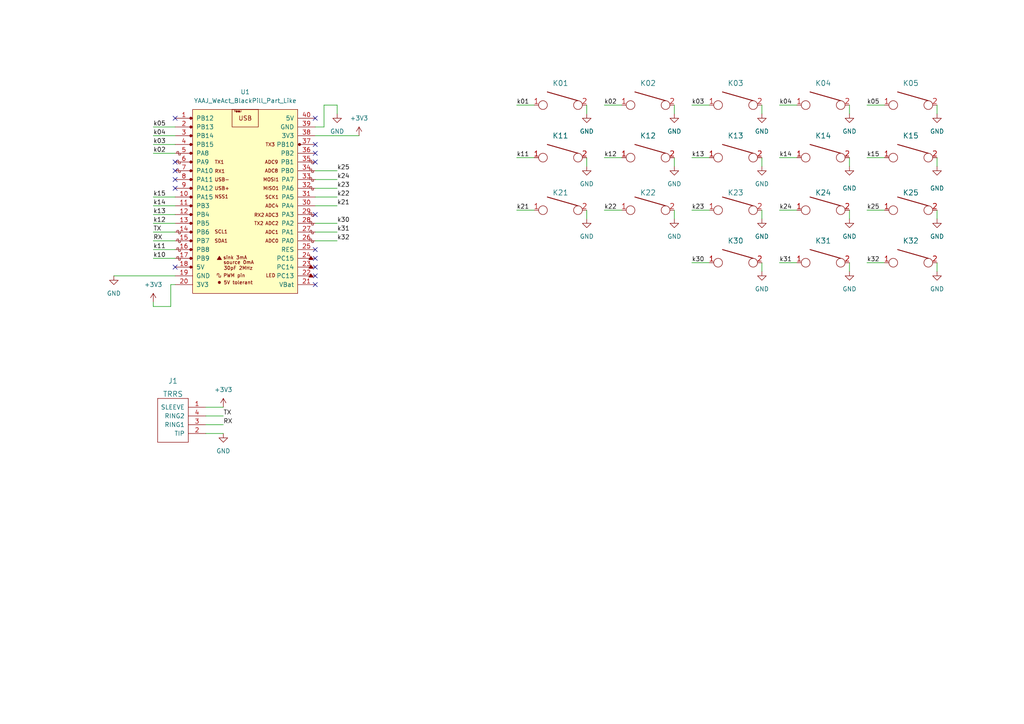
<source format=kicad_sch>
(kicad_sch (version 20211123) (generator eeschema)
  (paper "A4")
  (title_block (rev "rev1.0"))
  (lib_symbols
    (symbol "YAAJ_WeAct_BlackPill_Part_Like:YAAJ_WeAct_BlackPill_Part_Like" (pin_names (offset 1.016))
      (property "Reference" "U" (at -12.7 27.94 0))
      (property "Value" "YAAJ_WeAct_BlackPill_Part_Like" (at 0 2.54 90))
      (symbol "YAAJ_WeAct_BlackPill_Part_Like_0_0"
        (circle (center -15.748 -20.32) (radius 0.3556) (fill (type outline)))
        (circle (center -15.748 -17.78) (radius 0.3556) (fill (type outline)))
        (circle (center -15.748 -15.24) (radius 0.3556) (fill (type outline)))
        (circle (center -15.748 -12.7) (radius 0.3556) (fill (type outline)))
        (circle (center -15.748 -10.16) (radius 0.3556) (fill (type outline)))
        (circle (center -15.748 -7.62) (radius 0.3556) (fill (type outline)))
        (circle (center -15.748 -5.08) (radius 0.3556) (fill (type outline)))
        (circle (center -15.748 -2.54) (radius 0.3556) (fill (type outline)))
        (circle (center -15.748 0) (radius 0.3556) (fill (type outline)))
        (circle (center -15.748 2.54) (radius 0.3556) (fill (type outline)))
        (circle (center -15.748 5.08) (radius 0.3556) (fill (type outline)))
        (circle (center -15.748 7.62) (radius 0.3556) (fill (type outline)))
        (circle (center -15.748 10.16) (radius 0.3556) (fill (type outline)))
        (circle (center -15.748 12.7) (radius 0.3556) (fill (type outline)))
        (circle (center -15.748 15.24) (radius 0.3556) (fill (type outline)))
        (circle (center -15.748 17.78) (radius 0.3556) (fill (type outline)))
        (circle (center -15.748 22.86) (radius 0.3556) (fill (type outline)))
        (circle (center -7.493 -24.765) (radius 0.127) (fill (type outline)))
        (circle (center -7.493 -24.765) (radius 0.254))
        (circle (center -7.493 -24.765) (radius 0.3556))
        (polyline (pts (xy -8.128 -18.161) (xy -7.493 -17.145) (xy -6.858 -18.161) (xy -8.128 -18.161) (xy -7.493 -17.272) (xy -6.985 -18.161) (xy -8.001 -18.034) (xy -7.493 -17.399) (xy -7.112 -18.161) (xy -7.874 -17.907) (xy -7.366 -17.526) (xy -7.239 -18.161) (xy -7.747 -17.78) (xy -7.239 -17.653) (xy -7.366 -18.034) (xy -7.62 -17.78) (xy -7.366 -17.907) (xy -7.493 -17.653)))
        (polyline (pts (xy 18.415 -23.241) (xy 19.05 -22.225) (xy 19.685 -23.241) (xy 18.415 -23.241) (xy 19.05 -22.352) (xy 19.558 -23.241) (xy 18.542 -23.114) (xy 19.05 -22.479) (xy 19.431 -23.241) (xy 18.669 -22.987) (xy 19.177 -22.606) (xy 19.304 -23.241) (xy 18.796 -22.86) (xy 19.304 -22.733) (xy 19.177 -23.114) (xy 18.923 -22.86) (xy 19.177 -22.987) (xy 19.05 -22.733)))
        (polyline (pts (xy 18.415 -20.701) (xy 19.05 -19.685) (xy 19.685 -20.701) (xy 18.415 -20.701) (xy 19.05 -19.812) (xy 19.558 -20.701) (xy 18.542 -20.574) (xy 19.05 -19.939) (xy 19.431 -20.701) (xy 18.669 -20.447) (xy 19.177 -20.066) (xy 19.304 -20.701) (xy 18.796 -20.32) (xy 19.304 -20.193) (xy 19.177 -20.574) (xy 18.923 -20.32) (xy 19.177 -20.447) (xy 19.05 -20.193)))
        (polyline (pts (xy 18.415 -18.161) (xy 19.05 -17.145) (xy 19.685 -18.161) (xy 18.415 -18.161) (xy 19.05 -17.272) (xy 19.558 -18.161) (xy 18.542 -18.034) (xy 19.05 -17.399) (xy 19.431 -18.161) (xy 18.669 -17.907) (xy 19.177 -17.526) (xy 19.304 -18.161) (xy 18.796 -17.78) (xy 19.304 -17.653) (xy 19.177 -18.034) (xy 18.923 -17.78) (xy 19.177 -17.907) (xy 19.05 -17.653)))
        (circle (center 15.748 15.24) (radius 0.254) (fill (type outline)))
        (circle (center 15.748 15.24) (radius 0.3556))
        (text "30pF 2MHz" (at -2.032 -20.574 0) (effects (font (size 0.9906 0.9906))))
        (text "5V tolerant" (at -2.032 -24.765 0) (effects (font (size 0.9906 0.9906))))
        (text "ADC0" (at 7.747 -12.7 0) (effects (font (size 0.9906 0.9906))))
        (text "ADC1" (at 7.747 -10.16 0) (effects (font (size 0.9906 0.9906))))
        (text "ADC2" (at 7.747 -7.62 0) (effects (font (size 0.9906 0.9906))))
        (text "ADC3" (at 7.747 -5.207 0) (effects (font (size 0.9906 0.9906))))
        (text "ADC4" (at 7.747 -2.54 0) (effects (font (size 0.9906 0.9906))))
        (text "ADC8" (at 7.62 7.62 0) (effects (font (size 0.9906 0.9906))))
        (text "ADC9" (at 7.62 10.16 0) (effects (font (size 0.9906 0.9906))))
        (text "LED" (at 7.366 -22.733 0) (effects (font (size 0.9906 0.9906))))
        (text "MISO1" (at 7.493 2.54 0) (effects (font (size 0.9906 0.9906))))
        (text "MOSI1" (at 7.493 5.08 0) (effects (font (size 0.9906 0.9906))))
        (text "NSS1" (at -6.858 0.127 0) (effects (font (size 0.9906 0.9906))))
        (text "PWM pin" (at -3.175 -22.733 0) (effects (font (size 0.9906 0.9906))))
        (text "RX1" (at -7.366 7.493 0) (effects (font (size 0.9906 0.9906))))
        (text "RX2" (at 4.064 -5.207 0) (effects (font (size 0.9906 0.9906))))
        (text "SCK1" (at 7.747 0 0) (effects (font (size 0.9906 0.9906))))
        (text "SCL1" (at -6.985 -10.033 0) (effects (font (size 0.9906 0.9906))))
        (text "SDA1" (at -6.985 -12.7 0) (effects (font (size 0.9906 0.9906))))
        (text "sink 3mA" (at -2.921 -17.526 0) (effects (font (size 0.9906 0.9906))))
        (text "source 0mA" (at -1.905 -18.923 0) (effects (font (size 0.9906 0.9906))))
        (text "TX1" (at -7.493 10.16 0) (effects (font (size 0.9906 0.9906))))
        (text "TX2" (at 3.937 -7.62 0) (effects (font (size 0.9906 0.9906))))
        (text "TX3" (at 7.239 15.24 0) (effects (font (size 0.9906 0.9906))))
        (text "USB" (at 0 22.86 0) (effects (font (size 1.27 1.27))))
        (text "USB+" (at -6.731 2.54 0) (effects (font (size 0.9906 0.9906))))
        (text "USB-" (at -6.731 5.08 0) (effects (font (size 0.9906 0.9906))))
        (text "Y@@J" (at -2.159 24.892 0) (effects (font (size 0.508 0.508))))
      )
      (symbol "YAAJ_WeAct_BlackPill_Part_Like_0_1"
        (rectangle (start -15.24 25.4) (end 15.24 -27.94) (fill (type background)))
        (polyline (pts (xy -18.796 -17.78) (xy -18.796 -18.288) (xy -19.304 -18.288) (xy -19.304 -17.272) (xy -19.812 -17.272) (xy -19.812 -17.78)))
        (polyline (pts (xy -18.796 -15.24) (xy -18.796 -15.748) (xy -19.304 -15.748) (xy -19.304 -14.732) (xy -19.812 -14.732) (xy -19.812 -15.24)))
        (polyline (pts (xy -18.796 -12.7) (xy -18.796 -13.208) (xy -19.304 -13.208) (xy -19.304 -12.192) (xy -19.812 -12.192) (xy -19.812 -12.7)))
        (polyline (pts (xy -18.796 -10.16) (xy -18.796 -10.668) (xy -19.304 -10.668) (xy -19.304 -9.652) (xy -19.812 -9.652) (xy -19.812 -10.16)))
        (polyline (pts (xy -18.796 7.62) (xy -18.796 7.112) (xy -19.304 7.112) (xy -19.304 8.128) (xy -19.812 8.128) (xy -19.812 7.62)))
        (polyline (pts (xy -18.796 10.16) (xy -18.796 9.652) (xy -19.304 9.652) (xy -19.304 10.668) (xy -19.812 10.668) (xy -19.812 10.16)))
        (polyline (pts (xy -18.796 12.7) (xy -18.796 12.192) (xy -19.304 12.192) (xy -19.304 13.208) (xy -19.812 13.208) (xy -19.812 12.7)))
        (polyline (pts (xy -7.112 -22.733) (xy -7.112 -23.241) (xy -7.62 -23.241) (xy -7.62 -22.225) (xy -8.128 -22.225) (xy -8.128 -22.733)))
        (polyline (pts (xy 19.812 -12.7) (xy 19.812 -13.208) (xy 19.304 -13.208) (xy 19.304 -12.192) (xy 18.796 -12.192) (xy 18.796 -12.7)))
        (polyline (pts (xy 19.812 -10.16) (xy 19.812 -10.668) (xy 19.304 -10.668) (xy 19.304 -9.652) (xy 18.796 -9.652) (xy 18.796 -10.16)))
        (polyline (pts (xy 19.812 -7.62) (xy 19.812 -8.128) (xy 19.304 -8.128) (xy 19.304 -7.112) (xy 18.796 -7.112) (xy 18.796 -7.62)))
        (polyline (pts (xy 19.812 -5.08) (xy 19.812 -5.588) (xy 19.304 -5.588) (xy 19.304 -4.572) (xy 18.796 -4.572) (xy 18.796 -5.08)))
        (polyline (pts (xy 19.812 2.54) (xy 19.812 2.032) (xy 19.304 2.032) (xy 19.304 3.048) (xy 18.796 3.048) (xy 18.796 2.54)))
        (polyline (pts (xy 19.812 5.08) (xy 19.812 4.572) (xy 19.304 4.572) (xy 19.304 5.588) (xy 18.796 5.588) (xy 18.796 5.08)))
        (polyline (pts (xy 19.812 7.62) (xy 19.812 7.112) (xy 19.304 7.112) (xy 19.304 8.128) (xy 18.796 8.128) (xy 18.796 7.62)))
        (polyline (pts (xy 19.812 10.16) (xy 19.812 9.652) (xy 19.304 9.652) (xy 19.304 10.668) (xy 18.796 10.668) (xy 18.796 10.16)))
        (rectangle (start 3.81 25.4) (end -3.81 20.32))
      )
      (symbol "YAAJ_WeAct_BlackPill_Part_Like_1_1"
        (circle (center -15.748 20.32) (radius 0.3556) (fill (type outline)))
        (pin bidirectional line (at -20.32 22.86 0) (length 5.08) (name "PB12") (number "1"))
        (pin bidirectional line (at -20.32 0 0) (length 5.08) (name "PA15") (number "10"))
        (pin bidirectional line (at -20.32 -2.54 0) (length 5.08) (name "PB3") (number "11"))
        (pin bidirectional line (at -20.32 -5.08 0) (length 5.08) (name "PB4") (number "12"))
        (pin bidirectional line (at -20.32 -7.62 0) (length 5.08) (name "PB5") (number "13"))
        (pin bidirectional line (at -20.32 -10.16 0) (length 5.08) (name "PB6") (number "14"))
        (pin bidirectional line (at -20.32 -12.7 0) (length 5.08) (name "PB7") (number "15"))
        (pin bidirectional line (at -20.32 -15.24 0) (length 5.08) (name "PB8") (number "16"))
        (pin bidirectional line (at -20.32 -17.78 0) (length 5.08) (name "PB9") (number "17"))
        (pin power_in line (at -20.32 -20.32 0) (length 5.08) (name "5V") (number "18"))
        (pin power_in line (at -20.32 -22.86 0) (length 5.08) (name "GND") (number "19"))
        (pin bidirectional line (at -20.32 20.32 0) (length 5.08) (name "PB13") (number "2"))
        (pin power_in line (at -20.32 -25.4 0) (length 5.08) (name "3V3") (number "20"))
        (pin power_in line (at 20.32 -25.4 180) (length 5.08) (name "VBat") (number "21"))
        (pin bidirectional line (at 20.32 -22.86 180) (length 5.08) (name "PC13") (number "22"))
        (pin bidirectional line (at 20.32 -20.32 180) (length 5.08) (name "PC14") (number "23"))
        (pin bidirectional line (at 20.32 -17.78 180) (length 5.08) (name "PC15") (number "24"))
        (pin input line (at 20.32 -15.24 180) (length 5.08) (name "RES") (number "25"))
        (pin bidirectional line (at 20.32 -12.7 180) (length 5.08) (name "PA0") (number "26"))
        (pin bidirectional line (at 20.32 -10.16 180) (length 5.08) (name "PA1") (number "27"))
        (pin bidirectional line (at 20.32 -7.62 180) (length 5.08) (name "PA2") (number "28"))
        (pin bidirectional line (at 20.32 -5.08 180) (length 5.08) (name "PA3") (number "29"))
        (pin bidirectional line (at -20.32 17.78 0) (length 5.08) (name "PB14") (number "3"))
        (pin bidirectional line (at 20.32 -2.54 180) (length 5.08) (name "PA4") (number "30"))
        (pin bidirectional line (at 20.32 0 180) (length 5.08) (name "PA5") (number "31"))
        (pin bidirectional line (at 20.32 2.54 180) (length 5.08) (name "PA6") (number "32"))
        (pin bidirectional line (at 20.32 5.08 180) (length 5.08) (name "PA7") (number "33"))
        (pin bidirectional line (at 20.32 7.62 180) (length 5.08) (name "PB0") (number "34"))
        (pin bidirectional line (at 20.32 10.16 180) (length 5.08) (name "PB1") (number "35"))
        (pin bidirectional line (at 20.32 12.7 180) (length 5.08) (name "PB2") (number "36"))
        (pin bidirectional line (at 20.32 15.24 180) (length 5.08) (name "PB10") (number "37"))
        (pin power_in line (at 20.32 17.78 180) (length 5.08) (name "3V3") (number "38"))
        (pin power_in line (at 20.32 20.32 180) (length 5.08) (name "GND") (number "39"))
        (pin bidirectional line (at -20.32 15.24 0) (length 5.08) (name "PB15") (number "4"))
        (pin power_in line (at 20.32 22.86 180) (length 5.08) (name "5V") (number "40"))
        (pin bidirectional line (at -20.32 12.7 0) (length 5.08) (name "PA8") (number "5"))
        (pin bidirectional line (at -20.32 10.16 0) (length 5.08) (name "PA9") (number "6"))
        (pin bidirectional line (at -20.32 7.62 0) (length 5.08) (name "PA10") (number "7"))
        (pin bidirectional line (at -20.32 5.08 0) (length 5.08) (name "PA11") (number "8"))
        (pin bidirectional line (at -20.32 2.54 0) (length 5.08) (name "PA12") (number "9"))
      )
    )
    (symbol "keebio:TRRS" (pin_names (offset 1.016))
      (property "Reference" "U" (at 0 15.24 0))
      (property "Value" "TRRS" (at 0 -2.54 0))
      (symbol "TRRS_0_1"
        (rectangle (start -3.81 0) (end -3.81 12.7))
        (rectangle (start -3.81 12.7) (end 5.08 12.7))
        (rectangle (start 5.08 0) (end -3.81 0))
        (rectangle (start 5.08 12.7) (end 5.08 0))
      )
      (symbol "TRRS_1_1"
        (pin input line (at -8.89 2.54 0) (length 5.08) (name "SLEEVE") (number "1"))
        (pin input line (at -8.89 10.16 0) (length 5.08) (name "TIP") (number "2"))
        (pin input line (at -8.89 7.62 0) (length 5.08) (name "RING1") (number "3"))
        (pin input line (at -8.89 5.08 0) (length 5.08) (name "RING2") (number "4"))
      )
    )
    (symbol "keyboard_parts:KEYSW" (pin_names (offset 1.016))
      (property "Reference" "K?" (at -1.27 0 0))
      (symbol "KEYSW_0_1"
        (circle (center -5.08 0) (radius 1.27))
        (polyline (pts (xy -5.08 1.27) (xy 3.81 3.81)) (stroke (width 0.254)))
        (circle (center 5.08 0) (radius 1.27))
      )
      (symbol "KEYSW_1_1"
        (pin passive line (at 7.62 0 180) (length 1.27) (name "~") (number "1"))
        (pin passive line (at -7.62 0 0) (length 1.27) (name "~") (number "2"))
      )
    )
    (symbol "power:+3V3" (power) (pin_names (offset 0))
      (property "Value" "+3V3" (at 0 3.556 0))
      (symbol "+3V3_0_1"
        (polyline (pts (xy -0.762 1.27) (xy 0 2.54)))
        (polyline (pts (xy 0 0) (xy 0 2.54)))
        (polyline (pts (xy 0 2.54) (xy 0.762 1.27)))
      )
      (symbol "+3V3_1_1"
        (pin power_in line (at 0 0 90) (length 0) hide (name "+3V3") (number "1"))
      )
    )
    (symbol "power:GND" (power) (pin_names (offset 0))
      (property "Value" "GND" (at 0 -3.81 0))
      (symbol "GND_0_1"
        (polyline (pts (xy 0 0) (xy 0 -1.27) (xy 1.27 -1.27) (xy 0 -2.54) (xy -1.27 -1.27) (xy 0 -1.27)))
      )
      (symbol "GND_1_1"
        (pin power_in line (at 0 0 270) (length 0) hide (name "GND") (number "1"))
      )
    )
  )
  (no_connect (at 91.44 44.45))
  (no_connect (at 50.8 46.99))
  (no_connect (at 50.8 49.53))
  (no_connect (at 50.8 52.07))
  (no_connect (at 50.8 54.61))
  (no_connect (at 50.8 34.29))
  (no_connect (at 91.44 82.55))
  (no_connect (at 91.44 80.01))
  (no_connect (at 91.44 77.47))
  (no_connect (at 91.44 74.93))
  (no_connect (at 91.44 72.39))
  (no_connect (at 91.44 34.29))
  (no_connect (at 50.8 77.47))
  (no_connect (at 91.44 41.91))
  (no_connect (at 91.44 46.99))
  (no_connect (at 91.44 62.23))
  (wire (pts (xy 149.86 60.96) (xy 154.94 60.96)))
  (wire (pts (xy 44.45 72.39) (xy 50.8 72.39)))
  (wire (pts (xy 91.44 52.07) (xy 97.79 52.07)))
  (wire (pts (xy 200.66 45.72) (xy 205.74 45.72)))
  (wire (pts (xy 44.45 36.83) (xy 50.8 36.83)))
  (wire (pts (xy 251.46 30.48) (xy 256.54 30.48)))
  (wire (pts (xy 200.66 60.96) (xy 205.74 60.96)))
  (wire (pts (xy 149.86 45.72) (xy 154.94 45.72)))
  (wire (pts (xy 49.53 88.9) (xy 49.53 82.55)))
  (wire (pts (xy 44.45 88.9) (xy 49.53 88.9)))
  (wire (pts (xy 44.45 59.69) (xy 50.8 59.69)))
  (wire (pts (xy 175.26 60.96) (xy 180.34 60.96)))
  (wire (pts (xy 44.45 39.37) (xy 50.8 39.37)))
  (wire (pts (xy 251.46 60.96) (xy 256.54 60.96)))
  (wire (pts (xy 195.58 63.5) (xy 195.58 60.96)))
  (wire (pts (xy 246.38 48.26) (xy 246.38 45.72)))
  (wire (pts (xy 220.98 48.26) (xy 220.98 45.72)))
  (wire (pts (xy 93.98 36.83) (xy 93.98 30.48)))
  (wire (pts (xy 175.26 45.72) (xy 180.34 45.72)))
  (wire (pts (xy 246.38 78.74) (xy 246.38 76.2)))
  (wire (pts (xy 59.69 125.73) (xy 64.77 125.73)))
  (wire (pts (xy 44.45 44.45) (xy 50.8 44.45)))
  (wire (pts (xy 271.78 48.26) (xy 271.78 45.72)))
  (wire (pts (xy 91.44 36.83) (xy 93.98 36.83)))
  (wire (pts (xy 200.66 76.2) (xy 205.74 76.2)))
  (wire (pts (xy 44.45 74.93) (xy 50.8 74.93)))
  (wire (pts (xy 91.44 69.85) (xy 97.79 69.85)))
  (wire (pts (xy 91.44 49.53) (xy 97.79 49.53)))
  (wire (pts (xy 226.06 45.72) (xy 231.14 45.72)))
  (wire (pts (xy 200.66 30.48) (xy 205.74 30.48)))
  (wire (pts (xy 220.98 78.74) (xy 220.98 76.2)))
  (wire (pts (xy 44.45 62.23) (xy 50.8 62.23)))
  (wire (pts (xy 97.79 30.48) (xy 97.79 33.02)))
  (wire (pts (xy 271.78 63.5) (xy 271.78 60.96)))
  (wire (pts (xy 195.58 48.26) (xy 195.58 45.72)))
  (wire (pts (xy 170.18 63.5) (xy 170.18 60.96)))
  (wire (pts (xy 59.69 123.19) (xy 64.77 123.19)))
  (wire (pts (xy 246.38 63.5) (xy 246.38 60.96)))
  (wire (pts (xy 91.44 54.61) (xy 97.79 54.61)))
  (wire (pts (xy 44.45 64.77) (xy 50.8 64.77)))
  (wire (pts (xy 226.06 30.48) (xy 231.14 30.48)))
  (wire (pts (xy 93.98 30.48) (xy 97.79 30.48)))
  (wire (pts (xy 91.44 67.31) (xy 97.79 67.31)))
  (wire (pts (xy 59.69 120.65) (xy 64.77 120.65)))
  (wire (pts (xy 170.18 48.26) (xy 170.18 45.72)))
  (wire (pts (xy 91.44 39.37) (xy 104.14 39.37)))
  (wire (pts (xy 175.26 30.48) (xy 180.34 30.48)))
  (wire (pts (xy 44.45 41.91) (xy 50.8 41.91)))
  (wire (pts (xy 91.44 57.15) (xy 97.79 57.15)))
  (wire (pts (xy 59.69 118.11) (xy 64.77 118.11)))
  (wire (pts (xy 91.44 59.69) (xy 97.79 59.69)))
  (wire (pts (xy 33.02 80.01) (xy 50.8 80.01)))
  (wire (pts (xy 195.58 33.02) (xy 195.58 30.48)))
  (wire (pts (xy 251.46 45.72) (xy 256.54 45.72)))
  (wire (pts (xy 226.06 60.96) (xy 231.14 60.96)))
  (wire (pts (xy 170.18 33.02) (xy 170.18 30.48)))
  (wire (pts (xy 226.06 76.2) (xy 231.14 76.2)))
  (wire (pts (xy 271.78 33.02) (xy 271.78 30.48)))
  (wire (pts (xy 246.38 33.02) (xy 246.38 30.48)))
  (wire (pts (xy 251.46 76.2) (xy 256.54 76.2)))
  (wire (pts (xy 49.53 82.55) (xy 50.8 82.55)))
  (wire (pts (xy 91.44 64.77) (xy 97.79 64.77)))
  (wire (pts (xy 44.45 69.85) (xy 50.8 69.85)))
  (wire (pts (xy 220.98 33.02) (xy 220.98 30.48)))
  (wire (pts (xy 149.86 30.48) (xy 154.94 30.48)))
  (wire (pts (xy 44.45 87.63) (xy 44.45 88.9)))
  (wire (pts (xy 44.45 67.31) (xy 50.8 67.31)))
  (wire (pts (xy 271.78 78.74) (xy 271.78 76.2)))
  (wire (pts (xy 44.45 57.15) (xy 50.8 57.15)))
  (wire (pts (xy 220.98 63.5) (xy 220.98 60.96)))
  (label "TX" (at 64.77 120.65 0))
  (label "k03" (at 44.45 41.91 0))
  (label "k30" (at 200.66 76.2 0))
  (label "k02" (at 175.26 30.48 0))
  (label "k05" (at 44.45 36.83 0))
  (label "k04" (at 226.06 30.48 0))
  (label "k30" (at 97.79 64.77 0))
  (label "k11" (at 44.45 72.39 0))
  (label "k10" (at 44.45 74.93 0))
  (label "k03" (at 200.66 30.48 0))
  (label "RX" (at 44.45 69.85 0))
  (label "k15" (at 251.46 45.72 0))
  (label "k23" (at 200.66 60.96 0))
  (label "k32" (at 97.79 69.85 0))
  (label "k25" (at 97.79 49.53 0))
  (label "k24" (at 226.06 60.96 0))
  (label "TX" (at 44.45 67.31 0))
  (label "k05" (at 251.46 30.48 0))
  (label "k22" (at 175.26 60.96 0))
  (label "k12" (at 44.45 64.77 0))
  (label "k01" (at 149.86 30.48 0))
  (label "RX" (at 64.77 123.19 0))
  (label "k21" (at 97.79 59.69 0))
  (label "k31" (at 97.79 67.31 0))
  (label "k32" (at 251.46 76.2 0))
  (label "k15" (at 44.45 57.15 0))
  (label "k14" (at 226.06 45.72 0))
  (label "k12" (at 175.26 45.72 0))
  (label "k04" (at 44.45 39.37 0))
  (label "k11" (at 149.86 45.72 0))
  (label "k22" (at 97.79 57.15 0))
  (label "k02" (at 44.45 44.45 0))
  (label "k13" (at 44.45 62.23 0))
  (label "k24" (at 97.79 52.07 0))
  (label "k31" (at 226.06 76.2 0))
  (label "k13" (at 200.66 45.72 0))
  (label "k14" (at 44.45 59.69 0))
  (label "k21" (at 149.86 60.96 0))
  (label "k25" (at 251.46 60.96 0))
  (label "k23" (at 97.79 54.61 0))
  (symbol (lib_id "keyboard_parts:KEYSW") (at 264.16 76.2 0) (mirror y) (unit 1)
    (property "Reference" "K32" (at 264.16 69.85 0) (effects (font (size 1.524 1.524))))
    (property "Value" "KEYSW" (effects hide))
    (property "Footprint" "keyswitches:SW_PG1350_reversible" (effects hide))
  )
  (symbol (lib_id "power:GND") (at 195.58 48.26 0) (unit 1)
    (property "Reference" "#PWR0104" (effects hide))
    (property "Value" "GND" (at 195.58 53.34 0))
  )
  (symbol (lib_id "keyboard_parts:KEYSW") (at 238.76 60.96 0) (mirror y) (unit 1)
    (property "Reference" "K24" (at 238.76 55.88 0) (effects (font (size 1.524 1.524))))
    (property "Value" "KEYSW" (effects hide))
    (property "Footprint" "keyswitches:SW_PG1350_reversible" (effects hide))
  )
  (symbol (lib_id "power:GND") (at 64.77 125.73 0) (unit 1)
    (property "Reference" "#PWR0126" (effects hide))
    (property "Value" "GND" (at 64.77 130.81 0))
  )
  (symbol (lib_id "keyboard_parts:KEYSW") (at 264.16 45.72 0) (mirror y) (unit 1)
    (property "Reference" "K15" (at 264.16 39.37 0) (effects (font (size 1.524 1.524))))
    (property "Value" "KEYSW" (effects hide))
    (property "Footprint" "keyswitches:SW_PG1350_reversible" (effects hide))
  )
  (symbol (lib_id "power:GND") (at 195.58 63.5 0) (unit 1)
    (property "Reference" "#PWR0105" (effects hide))
    (property "Value" "GND" (at 195.58 68.58 0))
  )
  (symbol (lib_id "keyboard_parts:KEYSW") (at 213.36 30.48 0) (mirror y) (unit 1)
    (property "Reference" "K03" (at 213.36 24.13 0) (effects (font (size 1.524 1.524))))
    (property "Value" "KEYSW" (effects hide))
    (property "Footprint" "keyswitches:SW_PG1350_reversible" (effects hide))
  )
  (symbol (lib_id "power:GND") (at 246.38 63.5 0) (unit 1)
    (property "Reference" "#PWR0121" (effects hide))
    (property "Value" "GND" (at 246.38 68.58 0))
  )
  (symbol (lib_id "keyboard_parts:KEYSW") (at 187.96 30.48 0) (mirror y) (unit 1)
    (property "Reference" "K02" (at 187.96 24.13 0) (effects (font (size 1.524 1.524))))
    (property "Value" "KEYSW" (effects hide))
    (property "Footprint" "keyswitches:SW_PG1350_reversible" (effects hide))
  )
  (symbol (lib_id "keyboard_parts:KEYSW") (at 162.56 45.72 0) (mirror y) (unit 1)
    (property "Reference" "K11" (at 162.56 39.37 0) (effects (font (size 1.524 1.524))))
    (property "Value" "KEYSW" (effects hide))
    (property "Footprint" "keyswitches:SW_PG1350_reversible" (effects hide))
  )
  (symbol (lib_id "keyboard_parts:KEYSW") (at 187.96 60.96 0) (mirror y) (unit 1)
    (property "Reference" "K22" (at 187.96 55.88 0) (effects (font (size 1.524 1.524))))
    (property "Value" "KEYSW" (effects hide))
    (property "Footprint" "keyswitches:SW_PG1350_reversible" (effects hide))
  )
  (symbol (lib_id "power:GND") (at 271.78 33.02 0) (unit 1)
    (property "Reference" "#PWR0115" (effects hide))
    (property "Value" "GND" (at 271.78 38.1 0))
  )
  (symbol (lib_id "power:GND") (at 271.78 63.5 0) (unit 1)
    (property "Reference" "#PWR0118" (effects hide))
    (property "Value" "GND" (at 271.78 68.58 0))
  )
  (symbol (lib_id "power:GND") (at 271.78 78.74 0) (unit 1)
    (property "Reference" "#PWR0117" (effects hide))
    (property "Value" "GND" (at 271.78 83.82 0))
  )
  (symbol (lib_id "YAAJ_WeAct_BlackPill_Part_Like:YAAJ_WeAct_BlackPill_Part_Like") (at 71.12 57.15 0) (unit 1)
    (property "Reference" "U1" (at 71.12 26.67 0))
    (property "Value" "YAAJ_WeAct_BlackPill_Part_Like" (at 71.12 29.21 0))
    (property "Footprint" "Footprints:YAAJ_WeAct_BlackPill_2" (effects hide))
  )
  (symbol (lib_id "power:GND") (at 246.38 48.26 0) (unit 1)
    (property "Reference" "#PWR0119" (effects hide))
    (property "Value" "GND" (at 246.38 54.61 0))
  )
  (symbol (lib_id "power:GND") (at 170.18 63.5 0) (unit 1)
    (property "Reference" "#PWR0101" (effects hide))
    (property "Value" "GND" (at 170.18 68.58 0))
  )
  (symbol (lib_id "keyboard_parts:KEYSW") (at 238.76 30.48 0) (mirror y) (unit 1)
    (property "Reference" "K04" (at 238.76 24.13 0) (effects (font (size 1.524 1.524))))
    (property "Value" "KEYSW" (effects hide))
    (property "Footprint" "keyswitches:SW_PG1350_reversible" (effects hide))
  )
  (symbol (lib_id "power:GND") (at 246.38 78.74 0) (unit 1)
    (property "Reference" "#PWR0120" (effects hide))
    (property "Value" "GND" (at 246.38 83.82 0))
  )
  (symbol (lib_id "power:+3V3") (at 64.77 118.11 0) (unit 1)
    (property "Reference" "#PWR?" (effects hide))
    (property "Value" "+3V3" (at 64.77 113.03 0))
  )
  (symbol (lib_id "keyboard_parts:KEYSW") (at 213.36 76.2 0) (mirror y) (unit 1)
    (property "Reference" "K30" (at 213.36 69.85 0) (effects (font (size 1.524 1.524))))
    (property "Value" "KEYSW" (effects hide))
    (property "Footprint" "keyswitches:SW_PG1350_reversible" (effects hide))
  )
  (symbol (lib_id "power:GND") (at 246.38 33.02 0) (unit 1)
    (property "Reference" "#PWR0112" (effects hide))
    (property "Value" "GND" (at 246.38 38.1 0))
  )
  (symbol (lib_id "keebio:TRRS") (at 50.8 115.57 180) (unit 1)
    (property "Reference" "J1" (at 50.165 110.49 0) (effects (font (size 1.524 1.524))))
    (property "Value" "TRRS" (at 50.165 114.3 0) (effects (font (size 1.524 1.524))))
    (property "Footprint" "Keebio-Parts:TRRS-PJ-320A" (effects hide))
  )
  (symbol (lib_id "power:GND") (at 271.78 48.26 0) (unit 1)
    (property "Reference" "#PWR0116" (effects hide))
    (property "Value" "GND" (at 271.78 54.61 0))
  )
  (symbol (lib_id "keyboard_parts:KEYSW") (at 213.36 60.96 0) (mirror y) (unit 1)
    (property "Reference" "K23" (at 213.36 55.88 0) (effects (font (size 1.524 1.524))))
    (property "Value" "KEYSW" (effects hide))
    (property "Footprint" "keyswitches:SW_PG1350_reversible" (effects hide))
  )
  (symbol (lib_id "keyboard_parts:KEYSW") (at 162.56 30.48 0) (mirror y) (unit 1)
    (property "Reference" "K01" (at 162.56 24.13 0) (effects (font (size 1.524 1.524))))
    (property "Value" "KEYSW" (effects hide))
    (property "Footprint" "keyswitches:SW_PG1350_reversible" (effects hide))
  )
  (symbol (lib_id "keyboard_parts:KEYSW") (at 264.16 60.96 0) (mirror y) (unit 1)
    (property "Reference" "K25" (at 264.16 55.88 0) (effects (font (size 1.524 1.524))))
    (property "Value" "KEYSW" (effects hide))
    (property "Footprint" "keyswitches:SW_PG1350_reversible" (effects hide))
  )
  (symbol (lib_id "keyboard_parts:KEYSW") (at 238.76 76.2 0) (mirror y) (unit 1)
    (property "Reference" "K31" (at 238.76 69.85 0) (effects (font (size 1.524 1.524))))
    (property "Value" "KEYSW" (effects hide))
    (property "Footprint" "keyswitches:SW_PG1350_reversible" (effects hide))
  )
  (symbol (lib_id "power:GND") (at 220.98 33.02 0) (unit 1)
    (property "Reference" "#PWR0123" (effects hide))
    (property "Value" "GND" (at 220.98 38.1 0))
  )
  (symbol (lib_id "keyboard_parts:KEYSW") (at 238.76 45.72 0) (mirror y) (unit 1)
    (property "Reference" "K14" (at 238.76 39.37 0) (effects (font (size 1.524 1.524))))
    (property "Value" "KEYSW" (effects hide))
    (property "Footprint" "keyswitches:SW_PG1350_reversible" (effects hide))
  )
  (symbol (lib_id "power:+3V3") (at 44.45 87.63 0) (unit 1)
    (property "Reference" "#PWR?" (effects hide))
    (property "Value" "+3V3" (at 44.45 82.55 0))
  )
  (symbol (lib_id "power:GND") (at 33.02 80.01 0) (unit 1)
    (property "Reference" "#PWR0124" (effects hide))
    (property "Value" "GND" (at 33.02 85.09 0))
  )
  (symbol (lib_id "keyboard_parts:KEYSW") (at 213.36 45.72 0) (mirror y) (unit 1)
    (property "Reference" "K13" (at 213.36 39.37 0) (effects (font (size 1.524 1.524))))
    (property "Value" "KEYSW" (effects hide))
    (property "Footprint" "keyswitches:SW_PG1350_reversible" (effects hide))
  )
  (symbol (lib_id "power:+3V3") (at 104.14 39.37 0) (unit 1)
    (property "Reference" "#PWR?" (effects hide))
    (property "Value" "+3V3" (at 104.14 34.29 0))
  )
  (symbol (lib_id "power:GND") (at 195.58 33.02 0) (unit 1)
    (property "Reference" "#PWR0103" (effects hide))
    (property "Value" "GND" (at 195.58 38.1 0))
  )
  (symbol (lib_id "power:GND") (at 220.98 48.26 0) (unit 1)
    (property "Reference" "#PWR0122" (effects hide))
    (property "Value" "GND" (at 220.98 53.34 0))
  )
  (symbol (lib_id "keyboard_parts:KEYSW") (at 162.56 60.96 0) (mirror y) (unit 1)
    (property "Reference" "K21" (at 162.56 55.88 0) (effects (font (size 1.524 1.524))))
    (property "Value" "KEYSW" (effects hide))
    (property "Footprint" "keyswitches:SW_PG1350_reversible" (effects hide))
  )
  (symbol (lib_id "keyboard_parts:KEYSW") (at 187.96 45.72 0) (mirror y) (unit 1)
    (property "Reference" "K12" (at 187.96 39.37 0) (effects (font (size 1.524 1.524))))
    (property "Value" "KEYSW" (effects hide))
    (property "Footprint" "keyswitches:SW_PG1350_reversible" (effects hide))
  )
  (symbol (lib_id "power:GND") (at 220.98 78.74 0) (unit 1)
    (property "Reference" "#PWR0113" (effects hide))
    (property "Value" "GND" (at 220.98 83.82 0))
  )
  (symbol (lib_id "power:GND") (at 170.18 33.02 0) (unit 1)
    (property "Reference" "#PWR0106" (effects hide))
    (property "Value" "GND" (at 170.18 38.1 0))
  )
  (symbol (lib_id "power:GND") (at 170.18 48.26 0) (unit 1)
    (property "Reference" "#PWR0102" (effects hide))
    (property "Value" "GND" (at 170.18 53.34 0))
  )
  (symbol (lib_id "power:GND") (at 220.98 63.5 0) (unit 1)
    (property "Reference" "#PWR0114" (effects hide))
    (property "Value" "GND" (at 220.98 68.58 0))
  )
  (symbol (lib_id "power:GND") (at 97.79 33.02 0) (unit 1)
    (property "Reference" "#PWR0110" (effects hide))
    (property "Value" "GND" (at 97.79 38.1 0))
  )
  (symbol (lib_id "keyboard_parts:KEYSW") (at 264.16 30.48 0) (mirror y) (unit 1)
    (property "Reference" "K05" (at 264.16 24.13 0) (effects (font (size 1.524 1.524))))
    (property "Value" "KEYSW" (effects hide))
    (property "Footprint" "keyswitches:SW_PG1350_reversible" (effects hide))
  )
)
</source>
